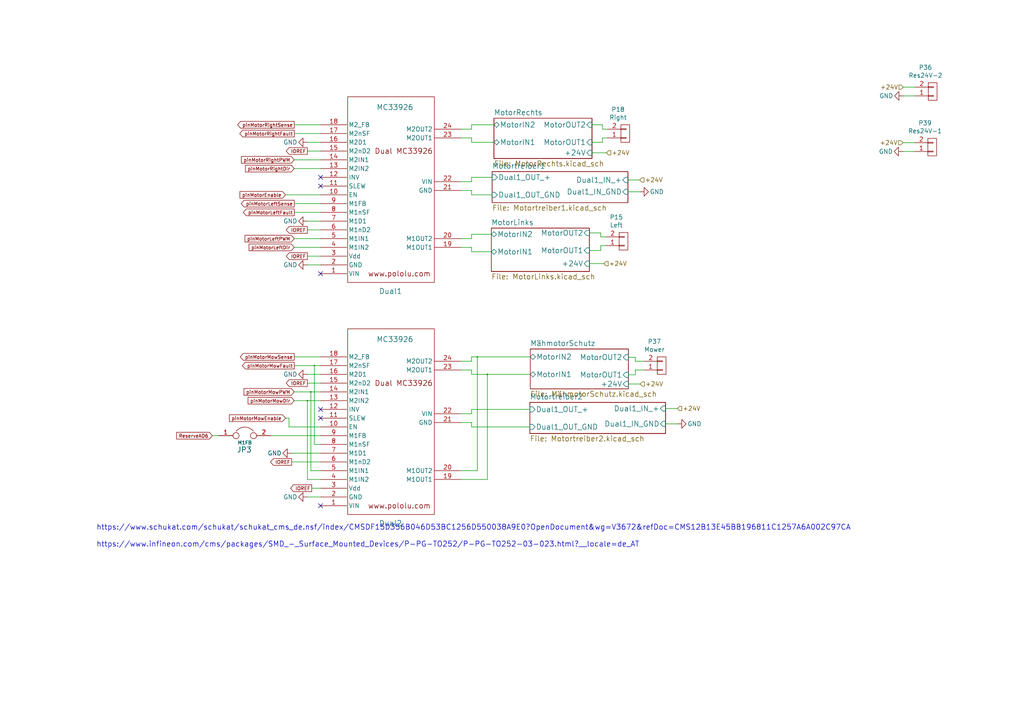
<source format=kicad_sch>
(kicad_sch (version 20201015) (generator eeschema)
  (page 1 34)
  (paper "A4")
  (title_block (title "Ardumower shield SVN Version") (date "2020-11-26") (rev "1.4") (company "ML AG JL UZ") (comment 1 "Unterspannungsschutz von AlexanderG"))
  (lib_symbols
    (symbol "ardumower-mega-shield-svn-rescue:CONN_01X02-RESCUE-ardumower_mega_shield_svn" (pin_names hide)
      (property "Reference" "J" (at 0 3.81 0))
      (property "Value" "CONN_01X02-RESCUE-ardumower_mega_shield_svn" (at 2.54 0 90))
      (symbol "CONN_01X02-RESCUE-ardumower_mega_shield_svn_0_1"
        (rectangle (start -1.27 -1.143) (end 0.254 -1.397))
        (rectangle (start -1.27 1.397) (end 0.254 1.143))
        (rectangle (start -1.27 2.54) (end 1.27 -2.54))
      )
      (symbol "CONN_01X02-RESCUE-ardumower_mega_shield_svn_1_1"
        (pin passive line (at -5.08 1.27 0) (length 3.81) (name "P1") (number "1"))
        (pin passive line (at -5.08 -1.27 0) (length 3.81) (name "P2") (number "2"))
      )
    )
    (symbol "ardumower-mega-shield-svn-rescue:GND-RESCUE-ardumower_mega_shield_svn" (power) (pin_names (offset 0))
      (property "Value" "GND-RESCUE-ardumower_mega_shield_svn" (at 0 -3.81 0))
      (symbol "GND-RESCUE-ardumower_mega_shield_svn_0_1"
        (polyline (pts (xy 0 0) (xy 0 -1.27) (xy 1.27 -1.27) (xy 0 -2.54) (xy -1.27 -1.27) (xy 0 -1.27)))
      )
      (symbol "GND-RESCUE-ardumower_mega_shield_svn_1_1"
        (pin power_in line (at 0 0 270) (length 0) hide (name "GND") (number "1"))
      )
    )
    (symbol "ardumower-mega-shield-svn-rescue:Jumper-RESCUE-ardumower_mega_shield_svn" (pin_names (offset 0.762) hide)
      (property "Reference" "JP" (at 0 3.81 0))
      (property "Value" "Jumper-RESCUE-ardumower_mega_shield_svn" (at 0 -2.032 0))
      (symbol "Jumper-RESCUE-ardumower_mega_shield_svn_0_1"
        (arc (start -2.4892 1.27) (end 2.5146 1.27) (radius (at 0 -0.6604) (length 3.175) (angles 142.6 37.3)))
        (circle (center -2.54 0) (radius 0.889))
        (circle (center 2.54 0) (radius 0.889))
        (pin passive line (at -7.62 0 0) (length 4.191) (name "1") (number "1"))
        (pin passive line (at 7.62 0 180) (length 4.191) (name "2") (number "2"))
      )
    )
    (symbol "ardumower-mega-shield-svn-rescue:MC33926-RESCUE-ardumower_mega_shield_svn"
      (property "Reference" "U" (at -1.27 -24.13 0))
      (property "Value" "MC33926-RESCUE-ardumower_mega_shield_svn" (at -0.762 27.94 0))
      (symbol "MC33926-RESCUE-ardumower_mega_shield_svn_0_0"
        (text "Dual MC33926" (at 2.54 16.51 0) (effects (font (size 1.524 1.524))))
        (text "www.pololu.com" (at 1.27 -19.05 0) (effects (font (size 1.524 1.524))))
      )
      (symbol "MC33926-RESCUE-ardumower_mega_shield_svn_0_1"
        (rectangle (start -13.716 32.258) (end 11.43 -21.59))
      )
      (symbol "MC33926-RESCUE-ardumower_mega_shield_svn_1_1"
        (pin input line (at -21.59 -19.05 0) (length 7.62) (name "VIN") (number "1"))
        (pin input line (at -21.59 3.81 0) (length 7.62) (name "EN") (number "10"))
        (pin input line (at -21.59 6.35 0) (length 7.62) (name "SLEW") (number "11"))
        (pin input line (at -21.59 8.89 0) (length 7.62) (name "INV") (number "12"))
        (pin input line (at -21.59 11.43 0) (length 7.62) (name "M2IN2") (number "13"))
        (pin input line (at -21.59 13.97 0) (length 7.62) (name "M2IN1") (number "14"))
        (pin input line (at -21.59 16.51 0) (length 7.62) (name "M2nD2") (number "15"))
        (pin input line (at -21.59 19.05 0) (length 7.62) (name "M2D1") (number "16"))
        (pin input line (at -21.59 21.59 0) (length 7.62) (name "M2nSF") (number "17"))
        (pin input line (at -21.59 24.13 0) (length 7.62) (name "M2_FB") (number "18"))
        (pin input line (at 19.05 -11.43 180) (length 7.62) (name "M1OUT1") (number "19"))
        (pin input line (at -21.59 -16.51 0) (length 7.62) (name "GND") (number "2"))
        (pin input line (at 19.05 -8.89 180) (length 7.62) (name "M1OUT2") (number "20"))
        (pin input line (at 19.05 5.08 180) (length 7.62) (name "GND") (number "21"))
        (pin input line (at 19.05 7.62 180) (length 7.62) (name "VIN") (number "22"))
        (pin input line (at 19.05 20.32 180) (length 7.62) (name "M2OUT1") (number "23"))
        (pin input line (at 19.05 22.86 180) (length 7.62) (name "M2OUT2") (number "24"))
        (pin input line (at -21.59 -13.97 0) (length 7.62) (name "Vdd") (number "3"))
        (pin input line (at -21.59 -11.43 0) (length 7.62) (name "M1IN2") (number "4"))
        (pin input line (at -21.59 -8.89 0) (length 7.62) (name "M1IN1") (number "5"))
        (pin input line (at -21.59 -6.35 0) (length 7.62) (name "M1nD2") (number "6"))
        (pin input line (at -21.59 -3.81 0) (length 7.62) (name "M1D1") (number "7"))
        (pin input line (at -21.59 -1.27 0) (length 7.62) (name "M1nSF") (number "8"))
        (pin input line (at -21.59 1.27 0) (length 7.62) (name "M1FB") (number "9"))
      )
    )
  )
  (junction (at 89.154 116.205) (diameter 0.3048))
  (junction (at 90.17 113.665) (diameter 0.3048))
  (junction (at 91.186 106.045) (diameter 0.3048))
  (junction (at 138.43 103.505) (diameter 0.3048))
  (junction (at 141.351 108.585) (diameter 0.3048))
  (no_connect (at 92.964 121.285))
  (no_connect (at 92.964 53.975))
  (no_connect (at 92.964 146.685))
  (no_connect (at 92.964 79.375))
  (no_connect (at 92.964 118.745))
  (no_connect (at 92.964 51.435))
  (wire (pts (xy 63.373 126.365) (xy 61.595 126.365)))
  (wire (pts (xy 78.613 126.365) (xy 92.964 126.365)))
  (wire (pts (xy 82.804 56.515) (xy 92.964 56.515)))
  (wire (pts (xy 83.82 121.285) (xy 82.804 121.285)))
  (wire (pts (xy 83.82 123.825) (xy 83.82 121.285)))
  (wire (pts (xy 83.82 123.825) (xy 92.964 123.825)))
  (wire (pts (xy 84.582 131.445) (xy 92.964 131.445)))
  (wire (pts (xy 85.344 36.195) (xy 92.964 36.195)))
  (wire (pts (xy 85.344 38.735) (xy 92.964 38.735)))
  (wire (pts (xy 85.344 46.355) (xy 92.964 46.355)))
  (wire (pts (xy 85.344 48.895) (xy 92.964 48.895)))
  (wire (pts (xy 85.344 59.055) (xy 92.964 59.055)))
  (wire (pts (xy 85.344 61.595) (xy 92.964 61.595)))
  (wire (pts (xy 85.344 69.215) (xy 92.964 69.215)))
  (wire (pts (xy 85.344 71.755) (xy 92.964 71.755)))
  (wire (pts (xy 85.344 103.505) (xy 92.964 103.505)))
  (wire (pts (xy 85.344 106.045) (xy 91.186 106.045)))
  (wire (pts (xy 85.344 113.665) (xy 90.17 113.665)))
  (wire (pts (xy 85.344 116.205) (xy 89.154 116.205)))
  (wire (pts (xy 89.154 41.275) (xy 92.964 41.275)))
  (wire (pts (xy 89.154 43.815) (xy 92.964 43.815)))
  (wire (pts (xy 89.154 74.295) (xy 92.964 74.295)))
  (wire (pts (xy 89.154 76.835) (xy 92.964 76.835)))
  (wire (pts (xy 89.154 108.585) (xy 92.964 108.585)))
  (wire (pts (xy 89.154 116.205) (xy 89.154 139.065)))
  (wire (pts (xy 89.154 116.205) (xy 92.964 116.205)))
  (wire (pts (xy 89.154 139.065) (xy 92.964 139.065)))
  (wire (pts (xy 89.154 144.145) (xy 92.964 144.145)))
  (wire (pts (xy 90.17 113.665) (xy 92.964 113.665)))
  (wire (pts (xy 90.17 136.525) (xy 90.17 113.665)))
  (wire (pts (xy 91.186 106.045) (xy 92.964 106.045)))
  (wire (pts (xy 91.186 128.905) (xy 91.186 106.045)))
  (wire (pts (xy 92.964 64.135) (xy 89.154 64.135)))
  (wire (pts (xy 92.964 66.675) (xy 89.154 66.675)))
  (wire (pts (xy 92.964 111.125) (xy 89.154 111.125)))
  (wire (pts (xy 92.964 128.905) (xy 91.186 128.905)))
  (wire (pts (xy 92.964 133.985) (xy 84.582 133.985)))
  (wire (pts (xy 92.964 136.525) (xy 90.17 136.525)))
  (wire (pts (xy 92.964 141.605) (xy 90.424 141.605)))
  (wire (pts (xy 133.604 136.525) (xy 138.43 136.525)))
  (wire (pts (xy 133.604 139.065) (xy 141.351 139.065)))
  (wire (pts (xy 136.779 36.195) (xy 136.779 37.465)))
  (wire (pts (xy 136.779 36.195) (xy 143.256 36.195)))
  (wire (pts (xy 136.779 37.465) (xy 133.604 37.465)))
  (wire (pts (xy 136.779 40.005) (xy 133.604 40.005)))
  (wire (pts (xy 136.779 41.275) (xy 136.779 40.005)))
  (wire (pts (xy 136.779 41.275) (xy 143.256 41.275)))
  (wire (pts (xy 136.779 51.435) (xy 142.748 51.435)))
  (wire (pts (xy 136.779 52.705) (xy 133.604 52.705)))
  (wire (pts (xy 136.779 52.705) (xy 136.779 51.435)))
  (wire (pts (xy 136.779 55.245) (xy 133.604 55.245)))
  (wire (pts (xy 136.779 55.245) (xy 136.779 56.515)))
  (wire (pts (xy 136.779 56.515) (xy 142.748 56.515)))
  (wire (pts (xy 136.779 67.945) (xy 136.779 69.215)))
  (wire (pts (xy 136.779 67.945) (xy 142.494 67.945)))
  (wire (pts (xy 136.779 69.215) (xy 133.604 69.215)))
  (wire (pts (xy 136.779 71.755) (xy 133.604 71.755)))
  (wire (pts (xy 136.779 73.025) (xy 136.779 71.755)))
  (wire (pts (xy 136.779 73.025) (xy 142.494 73.025)))
  (wire (pts (xy 136.779 103.505) (xy 136.779 104.775)))
  (wire (pts (xy 136.779 103.505) (xy 138.43 103.505)))
  (wire (pts (xy 136.779 104.775) (xy 133.604 104.775)))
  (wire (pts (xy 136.779 107.315) (xy 133.604 107.315)))
  (wire (pts (xy 136.779 108.585) (xy 136.779 107.315)))
  (wire (pts (xy 136.779 108.585) (xy 141.351 108.585)))
  (wire (pts (xy 136.779 118.745) (xy 153.67 118.745)))
  (wire (pts (xy 136.779 120.015) (xy 133.604 120.015)))
  (wire (pts (xy 136.779 120.015) (xy 136.779 118.745)))
  (wire (pts (xy 136.779 122.555) (xy 133.604 122.555)))
  (wire (pts (xy 136.779 122.555) (xy 136.779 123.825)))
  (wire (pts (xy 136.779 123.825) (xy 153.67 123.825)))
  (wire (pts (xy 138.43 103.505) (xy 153.797 103.505)))
  (wire (pts (xy 138.43 136.525) (xy 138.43 103.505)))
  (wire (pts (xy 141.351 108.585) (xy 153.797 108.585)))
  (wire (pts (xy 141.351 139.065) (xy 141.351 108.585)))
  (wire (pts (xy 174.244 67.564) (xy 170.942 67.564)))
  (wire (pts (xy 174.244 67.564) (xy 174.244 68.707)))
  (wire (pts (xy 174.244 68.707) (xy 175.768 68.707)))
  (wire (pts (xy 174.244 71.247) (xy 175.768 71.247)))
  (wire (pts (xy 174.244 72.644) (xy 170.942 72.644)))
  (wire (pts (xy 174.244 72.644) (xy 174.244 71.247)))
  (wire (pts (xy 174.752 36.195) (xy 171.704 36.195)))
  (wire (pts (xy 174.752 36.195) (xy 174.752 37.465)))
  (wire (pts (xy 174.752 37.465) (xy 176.276 37.465)))
  (wire (pts (xy 174.752 40.005) (xy 176.276 40.005)))
  (wire (pts (xy 174.752 41.275) (xy 171.704 41.275)))
  (wire (pts (xy 174.752 41.275) (xy 174.752 40.005)))
  (wire (pts (xy 175.133 76.454) (xy 170.942 76.454)))
  (wire (pts (xy 175.895 44.323) (xy 171.704 44.323)))
  (wire (pts (xy 182.118 52.197) (xy 185.547 52.197)))
  (wire (pts (xy 182.118 55.626) (xy 185.547 55.626)))
  (wire (pts (xy 182.245 111.379) (xy 185.674 111.379)))
  (wire (pts (xy 184.277 103.632) (xy 182.245 103.632)))
  (wire (pts (xy 184.277 103.632) (xy 184.277 104.775)))
  (wire (pts (xy 184.277 104.775) (xy 186.817 104.775)))
  (wire (pts (xy 184.277 107.315) (xy 186.817 107.315)))
  (wire (pts (xy 184.277 108.712) (xy 182.245 108.712)))
  (wire (pts (xy 184.277 108.712) (xy 184.277 107.315)))
  (wire (pts (xy 193.04 118.491) (xy 196.469 118.491)))
  (wire (pts (xy 193.04 122.936) (xy 196.469 122.936)))
  (wire (pts (xy 265.303 41.402) (xy 261.874 41.402)))
  (wire (pts (xy 265.303 43.942) (xy 261.874 43.942)))
  (wire (pts (xy 265.43 25.273) (xy 262.001 25.273)))
  (wire (pts (xy 265.43 27.813) (xy 262.001 27.813)))
  (text "Unsere Motoren haben:\nEncoder 5 Impulse pro Umdrehung\n31 Umdrehungen nach dem Getriebe\nmit einer Übersetzung 1:212\nDas entspricht etwa 6572 Umdrehungen des Motors vor dem Getriebe.\nDas heißt der Motor vor dem Getriebe dreht sich 212mal damit der Motor nach dem Getriebe sich 1 mal dreht.\nImpulse pro Umdrehung wäre demnach : 6572 /31 = 212\nDa der Encoder aber vor dem Getriebe sitzt haben wir bei einer Radumdrehung 212*5 Impulse.\nAlso 1060 pro Radumdrehung" (at 25.273 -11.938 0) (effects (font (size 2.0066 2.0066)) (justify left bottom)))
  (text "https://www.schukat.com/schukat/schukat_cms_de.nsf/index/CMSDF15D356B046D53BC1256D550038A9E0?OpenDocument&wg=V3672&refDoc=CMS12B13E45BB196811C1257A6A002C97CA\n\nhttps://www.infineon.com/cms/packages/SMD_-_Surface_Mounted_Devices/P-PG-TO252/P-PG-TO252-03-023.html?__locale=de_AT" (at 27.94 158.877 0) (effects (font (size 1.524 1.524)) (justify left bottom)))
  (global_label "ReserveAD6" (shape input) (at 61.595 126.365 180) (property "Intersheet References" "${INTERSHEET_REFS}" (effects hide)) (effects (font (size 0.9906 0.9906))))
  (global_label "pinMotorEnable" (shape input) (at 82.804 56.515 180) (property "Intersheet References" "${INTERSHEET_REFS}" (effects hide)) (effects (font (size 0.9906 0.9906))))
  (global_label "pinMotorMowEnable" (shape input) (at 82.804 121.285 180) (property "Intersheet References" "${INTERSHEET_REFS}" (effects hide)) (effects (font (size 0.9906 0.9906))))
  (global_label "IOREF" (shape output) (at 84.582 133.985 180) (property "Intersheet References" "${INTERSHEET_REFS}" (effects hide)) (effects (font (size 0.9906 0.9906))))
  (global_label "pinMotorRightSense" (shape output) (at 85.344 36.195 180) (property "Intersheet References" "${INTERSHEET_REFS}" (effects hide)) (effects (font (size 0.9906 0.9906))))
  (global_label "pinMotorRightFault" (shape output) (at 85.344 38.735 180) (property "Intersheet References" "${INTERSHEET_REFS}" (effects hide)) (effects (font (size 0.9906 0.9906))))
  (global_label "pinMotorRightPWM" (shape input) (at 85.344 46.355 180) (property "Intersheet References" "${INTERSHEET_REFS}" (effects hide)) (effects (font (size 0.9906 0.9906))))
  (global_label "pinMotorRightDir" (shape input) (at 85.344 48.895 180) (property "Intersheet References" "${INTERSHEET_REFS}" (effects hide)) (effects (font (size 0.9906 0.9906))))
  (global_label "pinMotorLeftSense" (shape output) (at 85.344 59.055 180) (property "Intersheet References" "${INTERSHEET_REFS}" (effects hide)) (effects (font (size 0.9906 0.9906))))
  (global_label "pinMotorLeftFault" (shape output) (at 85.344 61.595 180) (property "Intersheet References" "${INTERSHEET_REFS}" (effects hide)) (effects (font (size 0.9906 0.9906))))
  (global_label "pinMotorLeftPWM" (shape input) (at 85.344 69.215 180) (property "Intersheet References" "${INTERSHEET_REFS}" (effects hide)) (effects (font (size 0.9906 0.9906))))
  (global_label "pinMotorLeftDir" (shape input) (at 85.344 71.755 180) (property "Intersheet References" "${INTERSHEET_REFS}" (effects hide)) (effects (font (size 0.9906 0.9906))))
  (global_label "pinMotorMowSense" (shape output) (at 85.344 103.505 180) (property "Intersheet References" "${INTERSHEET_REFS}" (effects hide)) (effects (font (size 0.9906 0.9906))))
  (global_label "pinMotorMowFault" (shape output) (at 85.344 106.045 180) (property "Intersheet References" "${INTERSHEET_REFS}" (effects hide)) (effects (font (size 0.9906 0.9906))))
  (global_label "pinMotorMowPWM" (shape input) (at 85.344 113.665 180) (property "Intersheet References" "${INTERSHEET_REFS}" (effects hide)) (effects (font (size 0.9906 0.9906))))
  (global_label "pinMotorMowDir" (shape input) (at 85.344 116.205 180) (property "Intersheet References" "${INTERSHEET_REFS}" (effects hide)) (effects (font (size 0.9906 0.9906))))
  (global_label "IOREF" (shape output) (at 89.154 43.815 180) (property "Intersheet References" "${INTERSHEET_REFS}" (effects hide)) (effects (font (size 0.9906 0.9906))))
  (global_label "IOREF" (shape output) (at 89.154 66.675 180) (property "Intersheet References" "${INTERSHEET_REFS}" (effects hide)) (effects (font (size 0.9906 0.9906))))
  (global_label "IOREF" (shape output) (at 89.154 74.295 180) (property "Intersheet References" "${INTERSHEET_REFS}" (effects hide)) (effects (font (size 0.9906 0.9906))))
  (global_label "IOREF" (shape output) (at 89.154 111.125 180) (property "Intersheet References" "${INTERSHEET_REFS}" (effects hide)) (effects (font (size 0.9906 0.9906))))
  (global_label "IOREF" (shape output) (at 90.424 141.605 180) (property "Intersheet References" "${INTERSHEET_REFS}" (effects hide)) (effects (font (size 0.9906 0.9906))))
  (hierarchical_label "+24V" (shape input) (at 175.133 76.454 0))
  (hierarchical_label "+24V" (shape input) (at 175.895 44.323 0))
  (hierarchical_label "+24V" (shape input) (at 185.547 52.197 0))
  (hierarchical_label "+24V" (shape input) (at 185.674 111.379 0))
  (hierarchical_label "+24V" (shape input) (at 196.469 118.491 0))
  (hierarchical_label "+24V" (shape input) (at 261.874 41.402 180))
  (hierarchical_label "+24V" (shape input) (at 262.001 25.273 180))
  (symbol (lib_id "ardumower-mega-shield-svn-rescue:GND-RESCUE-ardumower_mega_shield_svn") (at 84.582 131.445 270) (mirror x) (unit 1)
    (property "Reference" "#PWR018" (effects hide))
    (property "Value" "GND" (at 79.629 131.445 90))
  )
  (symbol (lib_id "ardumower-mega-shield-svn-rescue:GND-RESCUE-ardumower_mega_shield_svn") (at 89.154 41.275 270) (mirror x) (unit 1)
    (property "Reference" "#PWR016" (effects hide))
    (property "Value" "GND" (at 84.201 41.275 90))
  )
  (symbol (lib_id "ardumower-mega-shield-svn-rescue:GND-RESCUE-ardumower_mega_shield_svn") (at 89.154 64.135 270) (mirror x) (unit 1)
    (property "Reference" "#PWR015" (effects hide))
    (property "Value" "GND" (at 84.201 64.135 90))
  )
  (symbol (lib_id "ardumower-mega-shield-svn-rescue:GND-RESCUE-ardumower_mega_shield_svn") (at 89.154 76.835 270) (mirror x) (unit 1)
    (property "Reference" "#PWR014" (effects hide))
    (property "Value" "GND" (at 84.201 76.835 90))
  )
  (symbol (lib_id "ardumower-mega-shield-svn-rescue:GND-RESCUE-ardumower_mega_shield_svn") (at 89.154 108.585 270) (mirror x) (unit 1)
    (property "Reference" "#PWR017" (effects hide))
    (property "Value" "GND" (at 84.201 108.585 90))
  )
  (symbol (lib_id "ardumower-mega-shield-svn-rescue:GND-RESCUE-ardumower_mega_shield_svn") (at 89.154 144.145 270) (mirror x) (unit 1)
    (property "Reference" "#PWR019" (effects hide))
    (property "Value" "GND" (at 84.201 144.145 90))
  )
  (symbol (lib_id "ardumower-mega-shield-svn-rescue:GND-RESCUE-ardumower_mega_shield_svn") (at 185.547 55.626 90) (unit 1)
    (property "Reference" "#PWR013" (effects hide))
    (property "Value" "GND" (at 190.5 55.626 90))
  )
  (symbol (lib_id "ardumower-mega-shield-svn-rescue:GND-RESCUE-ardumower_mega_shield_svn") (at 196.469 122.936 90) (unit 1)
    (property "Reference" "#PWR020" (effects hide))
    (property "Value" "GND" (at 201.422 122.936 90))
  )
  (symbol (lib_id "ardumower-mega-shield-svn-rescue:GND-RESCUE-ardumower_mega_shield_svn") (at 261.874 43.942 270) (mirror x) (unit 1)
    (property "Reference" "#PWR021" (effects hide))
    (property "Value" "GND" (at 256.921 43.942 90))
  )
  (symbol (lib_id "ardumower-mega-shield-svn-rescue:GND-RESCUE-ardumower_mega_shield_svn") (at 262.001 27.813 270) (mirror x) (unit 1)
    (property "Reference" "#PWR022" (effects hide))
    (property "Value" "GND" (at 257.048 27.813 90))
  )
  (symbol (lib_id "ardumower-mega-shield-svn-rescue:CONN_01X02-RESCUE-ardumower_mega_shield_svn") (at 180.848 69.977 0) (mirror x) (unit 1)
    (property "Reference" "P15" (at 178.7652 62.992 0))
    (property "Value" "Left" (at 178.7652 65.3034 0))
    (property "Footprint" "Terminal_Blocks:TerminalBlock_Pheonix_MKDS1.5-2pol" (effects hide))
    (property "Gehäuseart" "Value" (effects hide))
    (property "Bestelllink" "Value" (effects hide))
    (property "Technische Daten" "Value" (effects hide))
    (property "Bestellnummer" "Value" (effects hide))
    (property "Bauform" "Value" (effects hide))
  )
  (symbol (lib_id "ardumower-mega-shield-svn-rescue:CONN_01X02-RESCUE-ardumower_mega_shield_svn") (at 181.356 38.735 0) (mirror x) (unit 1)
    (property "Reference" "P18" (at 179.2732 31.75 0))
    (property "Value" "Right" (at 179.2732 34.0614 0))
    (property "Footprint" "Terminal_Blocks:TerminalBlock_Pheonix_MKDS1.5-2pol" (effects hide))
    (property "Gehäuseart" "Value" (effects hide))
    (property "Bestelllink" "Value" (effects hide))
    (property "Technische Daten" "Value" (effects hide))
    (property "Bestellnummer" "Value" (effects hide))
    (property "Bauform" "Value" (effects hide))
    (property "Funktion" "Value" (effects hide))
    (property "Hersteller" "Value" (effects hide))
    (property "Hersteller Bestellnummer" "Value" (effects hide))
  )
  (symbol (lib_id "ardumower-mega-shield-svn-rescue:CONN_01X02-RESCUE-ardumower_mega_shield_svn") (at 191.897 106.045 0) (mirror x) (unit 1)
    (property "Reference" "P37" (at 189.8142 99.06 0))
    (property "Value" "Mower" (at 189.8142 101.3714 0))
    (property "Footprint" "Zimprich:Anschlussklemme_RM5,08-RM7,62" (effects hide))
    (property "Gehäuseart" "Value" (effects hide))
    (property "Bestelllink" "Value" (effects hide))
    (property "Technische Daten" "Value" (effects hide))
    (property "Bestellnummer" "Value" (effects hide))
    (property "Bauform" "Value" (effects hide))
  )
  (symbol (lib_id "ardumower-mega-shield-svn-rescue:CONN_01X02-RESCUE-ardumower_mega_shield_svn") (at 270.383 42.672 0) (mirror x) (unit 1)
    (property "Reference" "P39" (at 268.3002 35.687 0))
    (property "Value" "Res24V-1" (at 268.3002 37.9984 0))
    (property "Footprint" "Terminal_Blocks:TerminalBlock_Pheonix_MKDS1.5-2pol" (effects hide))
    (property "Gehäuseart" "Value" (effects hide))
    (property "Bestelllink" "Value" (effects hide))
    (property "Technische Daten" "Value" (effects hide))
    (property "Bestellnummer" "Value" (effects hide))
    (property "Bauform" "Value" (effects hide))
  )
  (symbol (lib_id "ardumower-mega-shield-svn-rescue:CONN_01X02-RESCUE-ardumower_mega_shield_svn") (at 270.51 26.543 0) (mirror x) (unit 1)
    (property "Reference" "P36" (at 268.4272 19.558 0))
    (property "Value" "Res24V-2" (at 268.4272 21.8694 0))
    (property "Footprint" "Terminal_Blocks:TerminalBlock_Pheonix_MKDS1.5-2pol" (effects hide))
    (property "Gehäuseart" "Value" (effects hide))
    (property "Bestelllink" "Value" (effects hide))
    (property "Technische Daten" "Value" (effects hide))
    (property "Bestellnummer" "Value" (effects hide))
    (property "Bauform" "Value" (effects hide))
  )
  (symbol (lib_id "ardumower-mega-shield-svn-rescue:Jumper-RESCUE-ardumower_mega_shield_svn") (at 70.993 126.365 0) (unit 1)
    (property "Reference" "JP3" (at 70.866 130.429 0) (effects (font (size 1.524 1.524))))
    (property "Value" "M1FB" (at 70.993 128.397 0) (effects (font (size 1.016 1.016))))
    (property "Footprint" "Zimprich:SJ" (effects hide))
    (property "Gehäuseart" "Value" (effects hide))
    (property "Bestelllink" "Value" (effects hide))
  )
  (symbol (lib_id "ardumower-mega-shield-svn-rescue:MC33926-RESCUE-ardumower_mega_shield_svn") (at 114.554 60.325 0) (unit 1)
    (property "Reference" "Dual1" (at 113.284 84.455 0) (effects (font (size 1.524 1.524))))
    (property "Value" "MC33926" (at 114.554 31.115 0) (effects (font (size 1.524 1.524))))
    (property "Footprint" "Zimprich:MC_33926_31polig_mit_Bohrloch_neue_Masse_mit_zweite_Lochreihe" (effects hide))
    (property "Gehäuseart" "Value" (effects hide))
    (property "Bestelllink" "Value" (effects hide))
  )
  (symbol (lib_id "ardumower-mega-shield-svn-rescue:MC33926-RESCUE-ardumower_mega_shield_svn") (at 114.554 127.635 0) (unit 1)
    (property "Reference" "Dual2" (at 113.284 151.765 0) (effects (font (size 1.524 1.524))))
    (property "Value" "MC33926" (at 114.554 98.425 0) (effects (font (size 1.524 1.524))))
    (property "Footprint" "Zimprich:MC_33926_31polig_mit_Bohrloch_neue_Masse_mit_zweite_Lochreihe" (effects hide))
    (property "Gehäuseart" "Value" (effects hide))
    (property "Bestelllink" "Value" (effects hide))
  )
  (sheet (at 142.494 66.167) (size 28.448 12.573)
    (property "Schaltplanname" "MotorLinks" (at 142.494 65.4045 0) (effects (font (size 1.524 1.524)) (justify left bottom)))
    (property "Dateiname Blatt" "MotorLinks.kicad_sch" (at 142.494 79.3501 0) (effects (font (size 1.524 1.524)) (justify left top)))
    (pin "MotorIN1" bidirectional (at 142.494 73.025 180) (effects (font (size 1.524 1.524))))
    (pin "MotorIN2" bidirectional (at 142.494 67.945 180) (effects (font (size 1.524 1.524))))
    (pin "MotorOUT1" input (at 170.942 72.644 0) (effects (font (size 1.524 1.524))))
    (pin "MotorOUT2" input (at 170.942 67.564 0) (effects (font (size 1.524 1.524))))
    (pin "+24V" input (at 170.942 76.454 0) (effects (font (size 1.524 1.524))))
  )
  (sheet (at 143.256 34.29) (size 28.448 11.684)
    (property "Schaltplanname" "MotorRechts" (at 143.256 33.5275 0) (effects (font (size 1.524 1.524)) (justify left bottom)))
    (property "Dateiname Blatt" "MotorRechts.kicad_sch" (at 143.256 46.5841 0) (effects (font (size 1.524 1.524)) (justify left top)))
    (pin "MotorIN1" bidirectional (at 143.256 41.275 180) (effects (font (size 1.524 1.524))))
    (pin "MotorIN2" bidirectional (at 143.256 36.195 180) (effects (font (size 1.524 1.524))))
    (pin "MotorOUT1" input (at 171.704 41.275 0) (effects (font (size 1.524 1.524))))
    (pin "MotorOUT2" input (at 171.704 36.195 0) (effects (font (size 1.524 1.524))))
    (pin "+24V" input (at 171.704 44.323 0) (effects (font (size 1.524 1.524))))
  )
  (sheet (at 142.748 49.784) (size 39.37 9.017)
    (property "Schaltplanname" "Motortreiber1" (at 142.748 49.0215 0) (effects (font (size 1.524 1.524)) (justify left bottom)))
    (property "Dateiname Blatt" "Motortreiber1.kicad_sch" (at 142.748 59.4111 0) (effects (font (size 1.524 1.524)) (justify left top)))
    (pin "Dual1_IN_+" input (at 182.118 52.197 0) (effects (font (size 1.524 1.524))))
    (pin "Dual1_IN_GND" input (at 182.118 55.626 0) (effects (font (size 1.524 1.524))))
    (pin "Dual1_OUT_+" input (at 142.748 51.435 180) (effects (font (size 1.524 1.524))))
    (pin "Dual1_OUT_GND" input (at 142.748 56.515 180) (effects (font (size 1.524 1.524))))
  )
  (sheet (at 153.67 116.713) (size 39.37 9.017)
    (property "Schaltplanname" "Motortreiber2" (at 153.67 115.9505 0) (effects (font (size 1.524 1.524)) (justify left bottom)))
    (property "Dateiname Blatt" "Motortreiber2.kicad_sch" (at 153.67 126.3401 0) (effects (font (size 1.524 1.524)) (justify left top)))
    (pin "Dual1_IN_+" input (at 193.04 118.491 0) (effects (font (size 1.524 1.524))))
    (pin "Dual1_IN_GND" input (at 193.04 122.936 0) (effects (font (size 1.524 1.524))))
    (pin "Dual1_OUT_+" input (at 153.67 118.745 180) (effects (font (size 1.524 1.524))))
    (pin "Dual1_OUT_GND" input (at 153.67 123.825 180) (effects (font (size 1.524 1.524))))
  )
  (sheet (at 153.797 101.219) (size 28.448 11.557)
    (property "Schaltplanname" "MähmotorSchutz" (at 153.797 100.4565 0) (effects (font (size 1.524 1.524)) (justify left bottom)))
    (property "Dateiname Blatt" "MähmotorSchutz.kicad_sch" (at 153.797 113.3861 0) (effects (font (size 1.524 1.524)) (justify left top)))
    (pin "MotorIN1" bidirectional (at 153.797 108.585 180) (effects (font (size 1.524 1.524))))
    (pin "MotorIN2" bidirectional (at 153.797 103.505 180) (effects (font (size 1.524 1.524))))
    (pin "MotorOUT1" input (at 182.245 108.712 0) (effects (font (size 1.524 1.524))))
    (pin "MotorOUT2" input (at 182.245 103.632 0) (effects (font (size 1.524 1.524))))
    (pin "+24V" input (at 182.245 111.379 0) (effects (font (size 1.524 1.524))))
  )
)
</source>
